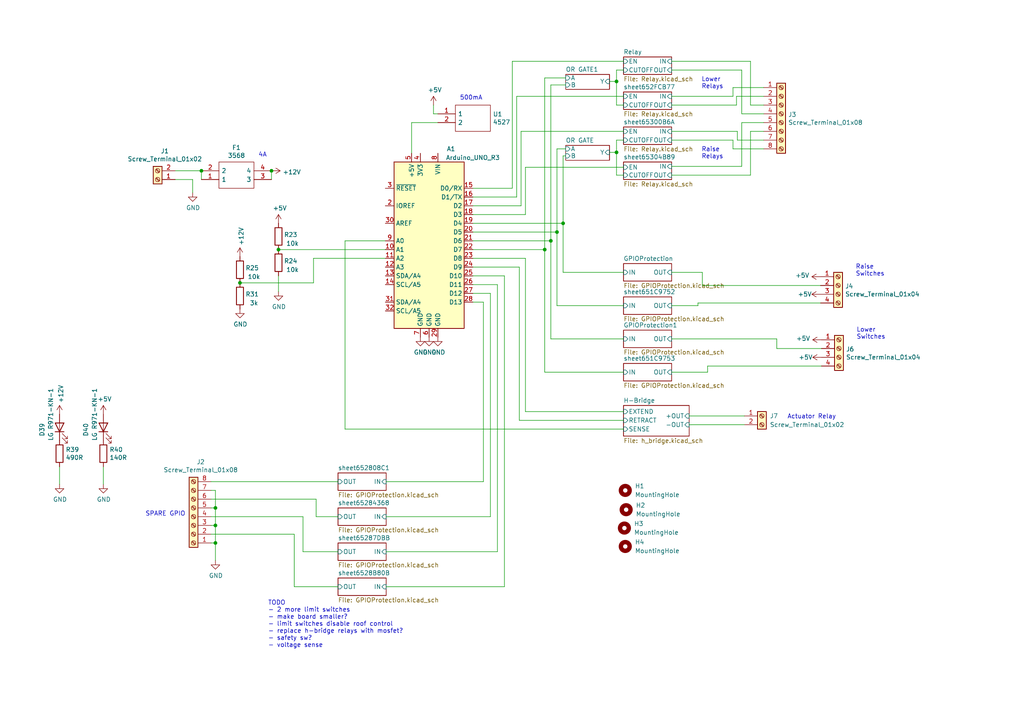
<source format=kicad_sch>
(kicad_sch (version 20230121) (generator eeschema)
  (paper "A4")
  (lib_symbols
    (symbol "3568:3568" (pin_names (offset 0.762))
      (property "Reference" "U" (at 16.51 7.62 0))
      (property "Value" "3568" (at 16.51 5.08 0))
      (symbol "3568_0_0"
        (pin passive line (at 0 -2.54 0) (length 5.08) (name "1") (number "1"))
        (pin passive line (at 0 0 0) (length 5.08) (name "2") (number "2"))
        (pin passive line (at 20.32 -2.54 180) (length 5.08) (name "3") (number "3"))
        (pin passive line (at 20.32 0 180) (length 5.08) (name "4") (number "4"))
      )
      (symbol "3568_0_1"
        (polyline (pts (xy 5.08 2.54) (xy 15.24 2.54) (xy 15.24 -5.08) (xy 5.08 -5.08) (xy 5.08 2.54)) (stroke (width 0.1524)))
      )
    )
    (symbol "4527:4527" (pin_names (offset 0.762))
      (property "Reference" "U" (at 16.51 7.62 0))
      (property "Value" "4527_4527" (at 16.51 5.08 0))
      (symbol "4527_0_0"
        (pin passive line (at 0 0 0) (length 5.08) (name "1") (number "1"))
        (pin passive line (at 0 -2.54 0) (length 5.08) (name "2") (number "2"))
      )
      (symbol "4527_0_1"
        (polyline (pts (xy 5.08 2.54) (xy 15.24 2.54) (xy 15.24 -5.08) (xy 5.08 -5.08) (xy 5.08 2.54)) (stroke (width 0.1524)))
      )
    )
    (symbol "Connector:Screw_Terminal_01x02" (pin_names (offset 1.016) hide)
      (property "Reference" "J" (at 0 2.54 0))
      (property "Value" "Screw_Terminal_01x02" (at 0 -5.08 0))
      (symbol "Screw_Terminal_01x02_1_1"
        (rectangle (start -1.27 1.27) (end 1.27 -3.81) (stroke (width 0.254)) (fill (type background)))
        (circle (center 0 -2.54) (radius 0.635) (stroke (width 0.1524)))
        (polyline (pts (xy -0.5334 -2.2098) (xy 0.3302 -3.048)) (stroke (width 0.1524)))
        (polyline (pts (xy -0.5334 0.3302) (xy 0.3302 -0.508)) (stroke (width 0.1524)))
        (polyline (pts (xy -0.3556 -2.032) (xy 0.508 -2.8702)) (stroke (width 0.1524)))
        (polyline (pts (xy -0.3556 0.508) (xy 0.508 -0.3302)) (stroke (width 0.1524)))
        (circle (center 0 0) (radius 0.635) (stroke (width 0.1524)))
        (pin passive line (at -5.08 0 0) (length 3.81) (name "Pin_1") (number "1"))
        (pin passive line (at -5.08 -2.54 0) (length 3.81) (name "Pin_2") (number "2"))
      )
    )
    (symbol "Connector:Screw_Terminal_01x04" (pin_names (offset 1.016) hide)
      (property "Reference" "J" (at 0 5.08 0))
      (property "Value" "Screw_Terminal_01x04" (at 0 -7.62 0))
      (symbol "Screw_Terminal_01x04_1_1"
        (rectangle (start -1.27 3.81) (end 1.27 -6.35) (stroke (width 0.254)) (fill (type background)))
        (circle (center 0 -5.08) (radius 0.635) (stroke (width 0.1524)))
        (circle (center 0 -2.54) (radius 0.635) (stroke (width 0.1524)))
        (polyline (pts (xy -0.5334 -4.7498) (xy 0.3302 -5.588)) (stroke (width 0.1524)))
        (polyline (pts (xy -0.5334 -2.2098) (xy 0.3302 -3.048)) (stroke (width 0.1524)))
        (polyline (pts (xy -0.5334 0.3302) (xy 0.3302 -0.508)) (stroke (width 0.1524)))
        (polyline (pts (xy -0.5334 2.8702) (xy 0.3302 2.032)) (stroke (width 0.1524)))
        (polyline (pts (xy -0.3556 -4.572) (xy 0.508 -5.4102)) (stroke (width 0.1524)))
        (polyline (pts (xy -0.3556 -2.032) (xy 0.508 -2.8702)) (stroke (width 0.1524)))
        (polyline (pts (xy -0.3556 0.508) (xy 0.508 -0.3302)) (stroke (width 0.1524)))
        (polyline (pts (xy -0.3556 3.048) (xy 0.508 2.2098)) (stroke (width 0.1524)))
        (circle (center 0 0) (radius 0.635) (stroke (width 0.1524)))
        (circle (center 0 2.54) (radius 0.635) (stroke (width 0.1524)))
        (pin passive line (at -5.08 2.54 0) (length 3.81) (name "Pin_1") (number "1"))
        (pin passive line (at -5.08 0 0) (length 3.81) (name "Pin_2") (number "2"))
        (pin passive line (at -5.08 -2.54 0) (length 3.81) (name "Pin_3") (number "3"))
        (pin passive line (at -5.08 -5.08 0) (length 3.81) (name "Pin_4") (number "4"))
      )
    )
    (symbol "Connector:Screw_Terminal_01x08" (pin_names (offset 1.016) hide)
      (property "Reference" "J" (at 0 10.16 0))
      (property "Value" "Screw_Terminal_01x08" (at 0 -12.7 0))
      (symbol "Screw_Terminal_01x08_1_1"
        (rectangle (start -1.27 8.89) (end 1.27 -11.43) (stroke (width 0.254)) (fill (type background)))
        (circle (center 0 -10.16) (radius 0.635) (stroke (width 0.1524)))
        (circle (center 0 -7.62) (radius 0.635) (stroke (width 0.1524)))
        (circle (center 0 -5.08) (radius 0.635) (stroke (width 0.1524)))
        (circle (center 0 -2.54) (radius 0.635) (stroke (width 0.1524)))
        (polyline (pts (xy -0.5334 -9.8298) (xy 0.3302 -10.668)) (stroke (width 0.1524)))
        (polyline (pts (xy -0.5334 -7.2898) (xy 0.3302 -8.128)) (stroke (width 0.1524)))
        (polyline (pts (xy -0.5334 -4.7498) (xy 0.3302 -5.588)) (stroke (width 0.1524)))
        (polyline (pts (xy -0.5334 -2.2098) (xy 0.3302 -3.048)) (stroke (width 0.1524)))
        (polyline (pts (xy -0.5334 0.3302) (xy 0.3302 -0.508)) (stroke (width 0.1524)))
        (polyline (pts (xy -0.5334 2.8702) (xy 0.3302 2.032)) (stroke (width 0.1524)))
        (polyline (pts (xy -0.5334 5.4102) (xy 0.3302 4.572)) (stroke (width 0.1524)))
        (polyline (pts (xy -0.5334 7.9502) (xy 0.3302 7.112)) (stroke (width 0.1524)))
        (polyline (pts (xy -0.3556 -9.652) (xy 0.508 -10.4902)) (stroke (width 0.1524)))
        (polyline (pts (xy -0.3556 -7.112) (xy 0.508 -7.9502)) (stroke (width 0.1524)))
        (polyline (pts (xy -0.3556 -4.572) (xy 0.508 -5.4102)) (stroke (width 0.1524)))
        (polyline (pts (xy -0.3556 -2.032) (xy 0.508 -2.8702)) (stroke (width 0.1524)))
        (polyline (pts (xy -0.3556 0.508) (xy 0.508 -0.3302)) (stroke (width 0.1524)))
        (polyline (pts (xy -0.3556 3.048) (xy 0.508 2.2098)) (stroke (width 0.1524)))
        (polyline (pts (xy -0.3556 5.588) (xy 0.508 4.7498)) (stroke (width 0.1524)))
        (polyline (pts (xy -0.3556 8.128) (xy 0.508 7.2898)) (stroke (width 0.1524)))
        (circle (center 0 0) (radius 0.635) (stroke (width 0.1524)))
        (circle (center 0 2.54) (radius 0.635) (stroke (width 0.1524)))
        (circle (center 0 5.08) (radius 0.635) (stroke (width 0.1524)))
        (circle (center 0 7.62) (radius 0.635) (stroke (width 0.1524)))
        (pin passive line (at -5.08 7.62 0) (length 3.81) (name "Pin_1") (number "1"))
        (pin passive line (at -5.08 5.08 0) (length 3.81) (name "Pin_2") (number "2"))
        (pin passive line (at -5.08 2.54 0) (length 3.81) (name "Pin_3") (number "3"))
        (pin passive line (at -5.08 0 0) (length 3.81) (name "Pin_4") (number "4"))
        (pin passive line (at -5.08 -2.54 0) (length 3.81) (name "Pin_5") (number "5"))
        (pin passive line (at -5.08 -5.08 0) (length 3.81) (name "Pin_6") (number "6"))
        (pin passive line (at -5.08 -7.62 0) (length 3.81) (name "Pin_7") (number "7"))
        (pin passive line (at -5.08 -10.16 0) (length 3.81) (name "Pin_8") (number "8"))
      )
    )
    (symbol "Device:LED" (pin_numbers hide) (pin_names (offset 1.016) hide)
      (property "Reference" "D" (at 0 2.54 0))
      (property "Value" "LED" (at 0 -2.54 0))
      (symbol "LED_0_1"
        (polyline (pts (xy -1.27 -1.27) (xy -1.27 1.27)) (stroke (width 0.254)))
        (polyline (pts (xy -1.27 0) (xy 1.27 0)))
        (polyline (pts (xy 1.27 -1.27) (xy 1.27 1.27) (xy -1.27 0) (xy 1.27 -1.27)) (stroke (width 0.254)))
        (polyline (pts (xy -3.048 -0.762) (xy -4.572 -2.286) (xy -3.81 -2.286) (xy -4.572 -2.286) (xy -4.572 -1.524)))
        (polyline (pts (xy -1.778 -0.762) (xy -3.302 -2.286) (xy -2.54 -2.286) (xy -3.302 -2.286) (xy -3.302 -1.524)))
      )
      (symbol "LED_1_1"
        (pin passive line (at -3.81 0 0) (length 2.54) (name "K") (number "1"))
        (pin passive line (at 3.81 0 180) (length 2.54) (name "A") (number "2"))
      )
    )
    (symbol "Device:R" (pin_numbers hide) (pin_names (offset 0))
      (property "Reference" "R" (at 2.032 0 90))
      (property "Value" "R" (at 0 0 90))
      (symbol "R_0_1"
        (rectangle (start -1.016 -2.54) (end 1.016 2.54) (stroke (width 0.254)))
      )
      (symbol "R_1_1"
        (pin passive line (at 0 3.81 270) (length 1.27) (name "~") (number "1"))
        (pin passive line (at 0 -3.81 90) (length 1.27) (name "~") (number "2"))
      )
    )
    (symbol "MCU_Module:Arduino_UNO_R3"
      (property "Reference" "A" (at -10.16 23.495 0))
      (property "Value" "Arduino_UNO_R3" (at 5.08 -26.67 0))
      (symbol "Arduino_UNO_R3_0_1"
        (rectangle (start -10.16 22.86) (end 10.16 -25.4) (stroke (width 0.254)) (fill (type background)))
      )
      (symbol "Arduino_UNO_R3_1_1"
        (pin no_connect line (at -10.16 -20.32 0) (length 2.54) hide (name "NC") (number "1"))
        (pin bidirectional line (at 12.7 -2.54 180) (length 2.54) (name "A1") (number "10"))
        (pin bidirectional line (at 12.7 -5.08 180) (length 2.54) (name "A2") (number "11"))
        (pin bidirectional line (at 12.7 -7.62 180) (length 2.54) (name "A3") (number "12"))
        (pin bidirectional line (at 12.7 -10.16 180) (length 2.54) (name "SDA/A4") (number "13"))
        (pin bidirectional line (at 12.7 -12.7 180) (length 2.54) (name "SCL/A5") (number "14"))
        (pin bidirectional line (at -12.7 15.24 0) (length 2.54) (name "D0/RX") (number "15"))
        (pin bidirectional line (at -12.7 12.7 0) (length 2.54) (name "D1/TX") (number "16"))
        (pin bidirectional line (at -12.7 10.16 0) (length 2.54) (name "D2") (number "17"))
        (pin bidirectional line (at -12.7 7.62 0) (length 2.54) (name "D3") (number "18"))
        (pin bidirectional line (at -12.7 5.08 0) (length 2.54) (name "D4") (number "19"))
        (pin output line (at 12.7 10.16 180) (length 2.54) (name "IOREF") (number "2"))
        (pin bidirectional line (at -12.7 2.54 0) (length 2.54) (name "D5") (number "20"))
        (pin bidirectional line (at -12.7 0 0) (length 2.54) (name "D6") (number "21"))
        (pin bidirectional line (at -12.7 -2.54 0) (length 2.54) (name "D7") (number "22"))
        (pin bidirectional line (at -12.7 -5.08 0) (length 2.54) (name "D8") (number "23"))
        (pin bidirectional line (at -12.7 -7.62 0) (length 2.54) (name "D9") (number "24"))
        (pin bidirectional line (at -12.7 -10.16 0) (length 2.54) (name "D10") (number "25"))
        (pin bidirectional line (at -12.7 -12.7 0) (length 2.54) (name "D11") (number "26"))
        (pin bidirectional line (at -12.7 -15.24 0) (length 2.54) (name "D12") (number "27"))
        (pin bidirectional line (at -12.7 -17.78 0) (length 2.54) (name "D13") (number "28"))
        (pin power_in line (at -2.54 -27.94 90) (length 2.54) (name "GND") (number "29"))
        (pin input line (at 12.7 15.24 180) (length 2.54) (name "~{RESET}") (number "3"))
        (pin input line (at 12.7 5.08 180) (length 2.54) (name "AREF") (number "30"))
        (pin bidirectional line (at 12.7 -17.78 180) (length 2.54) (name "SDA/A4") (number "31"))
        (pin bidirectional line (at 12.7 -20.32 180) (length 2.54) (name "SCL/A5") (number "32"))
        (pin power_out line (at 2.54 25.4 270) (length 2.54) (name "3V3") (number "4"))
        (pin power_out line (at 5.08 25.4 270) (length 2.54) (name "+5V") (number "5"))
        (pin power_in line (at 0 -27.94 90) (length 2.54) (name "GND") (number "6"))
        (pin power_in line (at 2.54 -27.94 90) (length 2.54) (name "GND") (number "7"))
        (pin power_in line (at -2.54 25.4 270) (length 2.54) (name "VIN") (number "8"))
        (pin bidirectional line (at 12.7 0 180) (length 2.54) (name "A0") (number "9"))
      )
    )
    (symbol "Mechanical:MountingHole" (pin_names (offset 1.016))
      (property "Reference" "H" (at 0 5.08 0))
      (property "Value" "MountingHole" (at 0 3.175 0))
      (symbol "MountingHole_0_1"
        (circle (center 0 0) (radius 1.27) (stroke (width 1.27)))
      )
    )
    (symbol "power:+12V" (power) (pin_names (offset 0))
      (property "Value" "+12V" (at 0 3.556 0))
      (symbol "+12V_0_1"
        (polyline (pts (xy -0.762 1.27) (xy 0 2.54)))
        (polyline (pts (xy 0 0) (xy 0 2.54)))
        (polyline (pts (xy 0 2.54) (xy 0.762 1.27)))
      )
      (symbol "+12V_1_1"
        (pin power_in line (at 0 0 90) (length 0) hide (name "+12V") (number "1"))
      )
    )
    (symbol "power:+5V" (power) (pin_names (offset 0))
      (property "Value" "+5V" (at 0 3.556 0))
      (symbol "+5V_0_1"
        (polyline (pts (xy -0.762 1.27) (xy 0 2.54)))
        (polyline (pts (xy 0 0) (xy 0 2.54)))
        (polyline (pts (xy 0 2.54) (xy 0.762 1.27)))
      )
      (symbol "+5V_1_1"
        (pin power_in line (at 0 0 90) (length 0) hide (name "+5V") (number "1"))
      )
    )
    (symbol "power:GND" (power) (pin_names (offset 0))
      (property "Value" "GND" (at 0 -3.81 0))
      (symbol "GND_0_1"
        (polyline (pts (xy 0 0) (xy 0 -1.27) (xy 1.27 -1.27) (xy 0 -2.54) (xy -1.27 -1.27) (xy 0 -1.27)))
      )
      (symbol "GND_1_1"
        (pin power_in line (at 0 0 270) (length 0) hide (name "GND") (number "1"))
      )
    )
  )
  (junction (at 62.484 147.32))
  (junction (at 62.484 152.4))
  (junction (at 159.766 69.85))
  (junction (at 157.988 72.39))
  (junction (at 178.816 23.622))
  (junction (at 69.596 82.042))
  (junction (at 80.772 72.39))
  (junction (at 161.544 67.31))
  (junction (at 58.42 49.53))
  (junction (at 178.816 44.196))
  (junction (at 78.74 49.53))
  (junction (at 62.484 157.48))
  (junction (at 163.322 64.77))
  (wire (pts (xy 152.4 119.38) (xy 180.848 119.38)))
  (wire (pts (xy 157.988 22.606) (xy 164.084 22.606)))
  (wire (pts (xy 163.322 45.212) (xy 164.084 45.212)))
  (wire (pts (xy 61.214 139.7) (xy 98.044 139.7)))
  (wire (pts (xy 127 35.56) (xy 119.38 35.56)))
  (wire (pts (xy 194.818 38.1) (xy 213.868 38.1)))
  (wire (pts (xy 152.4 74.93) (xy 152.4 119.38)))
  (wire (pts (xy 212.598 27.94) (xy 212.598 25.4)))
  (wire (pts (xy 159.766 24.638) (xy 164.084 24.638)))
  (wire (pts (xy 80.772 80.01) (xy 80.772 84.582)))
  (wire (pts (xy 90.932 82.042) (xy 69.596 82.042)))
  (wire (pts (xy 225.298 98.298) (xy 225.298 101.092)))
  (wire (pts (xy 142.24 149.86) (xy 112.014 149.86)))
  (wire (pts (xy 62.484 147.32) (xy 62.484 152.4)))
  (wire (pts (xy 161.544 88.646) (xy 161.544 67.31)))
  (wire (pts (xy 29.972 135.382) (xy 29.972 140.462)))
  (wire (pts (xy 163.322 64.77) (xy 163.322 45.212)))
  (wire (pts (xy 61.214 144.78) (xy 91.694 144.78)))
  (wire (pts (xy 215.138 35.56) (xy 215.138 48.26)))
  (wire (pts (xy 100.076 69.85) (xy 100.076 124.46)))
  (wire (pts (xy 137.16 77.47) (xy 150.622 77.47)))
  (wire (pts (xy 205.232 106.172) (xy 205.232 107.95)))
  (wire (pts (xy 199.898 120.65) (xy 215.9 120.65)))
  (wire (pts (xy 137.16 82.55) (xy 144.272 82.55)))
  (wire (pts (xy 202.438 88.646) (xy 194.818 88.646)))
  (wire (pts (xy 213.868 40.64) (xy 221.488 40.64)))
  (wire (pts (xy 194.818 78.994) (xy 203.708 78.994)))
  (wire (pts (xy 144.272 160.02) (xy 112.014 160.02)))
  (wire (pts (xy 125.73 33.02) (xy 127 33.02)))
  (wire (pts (xy 78.74 52.07) (xy 78.74 49.53)))
  (wire (pts (xy 157.988 107.95) (xy 157.988 72.39)))
  (wire (pts (xy 212.598 40.64) (xy 212.598 43.18)))
  (wire (pts (xy 202.438 87.884) (xy 237.998 87.884)))
  (wire (pts (xy 146.304 80.01) (xy 146.304 170.18)))
  (wire (pts (xy 194.818 27.94) (xy 212.598 27.94)))
  (wire (pts (xy 180.848 98.298) (xy 159.766 98.298)))
  (wire (pts (xy 159.766 69.85) (xy 159.766 24.638)))
  (wire (pts (xy 111.76 74.93) (xy 90.932 74.93)))
  (wire (pts (xy 180.848 107.95) (xy 157.988 107.95)))
  (wire (pts (xy 178.816 44.196) (xy 178.816 50.8)))
  (wire (pts (xy 212.598 43.18) (xy 221.488 43.18)))
  (wire (pts (xy 213.868 38.1) (xy 213.868 40.64)))
  (wire (pts (xy 225.298 101.092) (xy 238.252 101.092)))
  (wire (pts (xy 137.16 74.93) (xy 152.4 74.93)))
  (wire (pts (xy 178.816 40.64) (xy 180.848 40.64)))
  (wire (pts (xy 215.138 35.56) (xy 221.488 35.56)))
  (wire (pts (xy 137.16 62.23) (xy 152.4 62.23)))
  (wire (pts (xy 62.484 152.4) (xy 62.484 157.48)))
  (wire (pts (xy 112.014 170.18) (xy 146.304 170.18)))
  (wire (pts (xy 98.044 170.18) (xy 85.344 170.18)))
  (wire (pts (xy 137.16 72.39) (xy 157.988 72.39)))
  (wire (pts (xy 238.252 106.172) (xy 205.232 106.172)))
  (wire (pts (xy 178.816 30.48) (xy 180.848 30.48)))
  (wire (pts (xy 50.8 52.07) (xy 55.88 52.07)))
  (wire (pts (xy 91.694 149.86) (xy 98.044 149.86)))
  (wire (pts (xy 213.614 27.94) (xy 221.488 27.94)))
  (wire (pts (xy 178.816 50.8) (xy 180.848 50.8)))
  (wire (pts (xy 151.13 38.1) (xy 180.848 38.1)))
  (wire (pts (xy 178.816 23.622) (xy 178.816 20.32)))
  (wire (pts (xy 150.622 77.47) (xy 150.622 121.92)))
  (wire (pts (xy 205.232 107.95) (xy 194.818 107.95)))
  (wire (pts (xy 194.818 98.298) (xy 225.298 98.298)))
  (wire (pts (xy 61.214 152.4) (xy 62.484 152.4)))
  (wire (pts (xy 125.73 30.48) (xy 125.73 33.02)))
  (wire (pts (xy 55.88 52.07) (xy 55.88 55.88)))
  (wire (pts (xy 157.988 72.39) (xy 157.988 22.606)))
  (wire (pts (xy 50.8 49.53) (xy 58.42 49.53)))
  (wire (pts (xy 90.932 74.93) (xy 90.932 82.042)))
  (wire (pts (xy 161.544 67.31) (xy 161.544 43.18)))
  (wire (pts (xy 146.304 80.01) (xy 137.16 80.01)))
  (wire (pts (xy 61.214 157.48) (xy 62.484 157.48)))
  (wire (pts (xy 217.678 17.78) (xy 217.678 30.48)))
  (wire (pts (xy 217.678 38.1) (xy 217.678 50.8)))
  (wire (pts (xy 87.884 160.02) (xy 98.044 160.02)))
  (wire (pts (xy 119.38 35.56) (xy 119.38 44.45)))
  (wire (pts (xy 137.16 57.15) (xy 149.86 57.15)))
  (wire (pts (xy 17.272 135.382) (xy 17.272 140.462)))
  (wire (pts (xy 149.86 27.94) (xy 180.848 27.94)))
  (wire (pts (xy 217.678 30.48) (xy 221.488 30.48)))
  (wire (pts (xy 176.784 44.196) (xy 178.816 44.196)))
  (wire (pts (xy 180.848 88.646) (xy 161.544 88.646)))
  (wire (pts (xy 203.708 78.994) (xy 203.708 82.804)))
  (wire (pts (xy 150.622 121.92) (xy 180.848 121.92)))
  (wire (pts (xy 85.344 154.94) (xy 61.214 154.94)))
  (wire (pts (xy 137.16 54.61) (xy 148.59 54.61)))
  (wire (pts (xy 111.76 69.85) (xy 100.076 69.85)))
  (wire (pts (xy 212.598 25.4) (xy 221.488 25.4)))
  (wire (pts (xy 194.818 40.64) (xy 212.598 40.64)))
  (wire (pts (xy 176.784 23.622) (xy 178.816 23.622)))
  (wire (pts (xy 137.16 69.85) (xy 159.766 69.85)))
  (wire (pts (xy 152.4 62.23) (xy 152.4 48.514)))
  (wire (pts (xy 137.16 67.31) (xy 161.544 67.31)))
  (wire (pts (xy 194.818 48.26) (xy 215.138 48.26)))
  (wire (pts (xy 180.848 78.994) (xy 163.322 78.994)))
  (wire (pts (xy 62.484 142.24) (xy 62.484 147.32)))
  (wire (pts (xy 61.214 147.32) (xy 62.484 147.32)))
  (wire (pts (xy 202.438 87.884) (xy 202.438 88.646)))
  (wire (pts (xy 61.214 149.86) (xy 87.884 149.86)))
  (wire (pts (xy 203.708 82.804) (xy 237.998 82.804)))
  (wire (pts (xy 215.138 20.32) (xy 215.138 33.02)))
  (wire (pts (xy 178.816 20.32) (xy 180.848 20.32)))
  (wire (pts (xy 91.694 144.78) (xy 91.694 149.86)))
  (wire (pts (xy 137.16 64.77) (xy 163.322 64.77)))
  (wire (pts (xy 215.138 33.02) (xy 221.488 33.02)))
  (wire (pts (xy 87.884 149.86) (xy 87.884 160.02)))
  (wire (pts (xy 140.208 139.7) (xy 112.014 139.7)))
  (wire (pts (xy 178.816 23.622) (xy 178.816 30.48)))
  (wire (pts (xy 159.766 98.298) (xy 159.766 69.85)))
  (wire (pts (xy 144.272 82.55) (xy 144.272 160.02)))
  (wire (pts (xy 80.772 72.39) (xy 111.76 72.39)))
  (wire (pts (xy 58.42 52.07) (xy 58.42 49.53)))
  (wire (pts (xy 137.16 59.69) (xy 151.13 59.69)))
  (wire (pts (xy 151.13 59.69) (xy 151.13 38.1)))
  (wire (pts (xy 62.484 157.48) (xy 62.484 162.56)))
  (wire (pts (xy 149.86 57.15) (xy 149.86 27.94)))
  (wire (pts (xy 142.24 85.09) (xy 142.24 149.86)))
  (wire (pts (xy 194.818 17.78) (xy 217.678 17.78)))
  (wire (pts (xy 140.208 87.63) (xy 140.208 139.7)))
  (wire (pts (xy 61.214 142.24) (xy 62.484 142.24)))
  (wire (pts (xy 85.344 170.18) (xy 85.344 154.94)))
  (wire (pts (xy 194.818 30.48) (xy 213.614 30.48)))
  (wire (pts (xy 152.4 48.514) (xy 180.848 48.514)))
  (wire (pts (xy 137.16 85.09) (xy 142.24 85.09)))
  (wire (pts (xy 215.138 20.32) (xy 194.818 20.32)))
  (wire (pts (xy 161.544 43.18) (xy 164.084 43.18)))
  (wire (pts (xy 140.208 87.63) (xy 137.16 87.63)))
  (wire (pts (xy 178.816 44.196) (xy 178.816 40.64)))
  (wire (pts (xy 148.59 17.78) (xy 180.848 17.78)))
  (wire (pts (xy 213.614 30.48) (xy 213.614 27.94)))
  (wire (pts (xy 199.898 123.19) (xy 215.9 123.19)))
  (wire (pts (xy 148.59 54.61) (xy 148.59 17.78)))
  (wire (pts (xy 163.322 78.994) (xy 163.322 64.77)))
  (wire (pts (xy 194.818 50.8) (xy 217.678 50.8)))
  (wire (pts (xy 100.076 124.46) (xy 180.848 124.46)))
  (wire (pts (xy 217.678 38.1) (xy 221.488 38.1)))
  (text "Actuator Relay" (at 228.346 121.666 0) (effects (font (size 1.27 1.27)) (justify left bottom)))
  (text "Lower\nSwitches" (at 248.412 98.552 0) (effects (font (size 1.27 1.27)) (justify left bottom)))
  (text "4A" (at 74.93 45.72 0) (effects (font (size 1.27 1.27)) (justify left bottom)))
  (text "Lower\nRelays" (at 203.454 25.908 0) (effects (font (size 1.27 1.27)) (justify left bottom)))
  (text "500mA" (at 133.35 29.21 0) (effects (font (size 1.27 1.27)) (justify left bottom)))
  (text "TODO\n- 2 more limit switches\n- make board smaller?\n- limit switches disable roof control\n- replace h-bridge relays with mosfet?\n- safety sw?\n- voltage sense" (at 77.724 187.96 0) (effects (font (size 1.27 1.27)) (justify left bottom)))
  (text "Raise\nSwitches" (at 248.158 80.264 0) (effects (font (size 1.27 1.27)) (justify left bottom)))
  (text "Raise\nRelays" (at 203.454 46.228 0) (effects (font (size 1.27 1.27)) (justify left bottom)))
  (text "SPARE GPIO" (at 42.164 149.86 0) (effects (font (size 1.27 1.27)) (justify left bottom)))
  (symbol (lib_id "MCU_Module:Arduino_UNO_R3") (at 124.46 69.85 0) (mirror y) (unit 1)
    (property "Reference" "A1" (at 130.81 43.18 0))
    (property "Value" "Arduino_UNO_R3" (at 137.16 45.72 0))
    (property "Footprint" "Module:Arduino_UNO_R3" (effects hide))
    (property "Datasheet" "https://www.arduino.cc/en/Main/arduinoBoardUno" (effects hide))
  )
  (symbol (lib_id "Connector:Screw_Terminal_01x08") (at 226.568 33.02 0) (unit 1)
    (property "Reference" "J3" (at 228.6 33.2232 0) (effects (justify left)))
    (property "Value" "Screw_Terminal_01x08" (at 228.6 35.5346 0) (effects (justify left)))
    (property "Footprint" "TerminalBlock_Phoenix:TerminalBlock_Phoenix_PT-1,5-8-5.0-H_1x08_P5.00mm_Horizontal" (effects hide))
  )
  (symbol (lib_id "Connector:Screw_Terminal_01x04") (at 243.078 82.804 0) (unit 1)
    (property "Reference" "J4" (at 245.11 83.0072 0) (effects (justify left)))
    (property "Value" "Screw_Terminal_01x04" (at 245.11 85.3186 0) (effects (justify left)))
    (property "Footprint" "TerminalBlock_Phoenix:TerminalBlock_Phoenix_PT-1,5-4-5.0-H_1x04_P5.00mm_Horizontal" (effects hide))
  )
  (symbol (lib_id "power:+5V") (at 237.998 80.264 90) (unit 1)
    (property "Reference" "#PWR08" (effects hide))
    (property "Value" "+5V" (at 234.7468 79.883 90) (effects (justify left)))
  )
  (symbol (lib_id "power:GND") (at 121.92 97.79 0) (unit 1)
    (property "Reference" "#PWR05" (effects hide))
    (property "Value" "GND" (at 122.047 102.1842 0))
  )
  (symbol (lib_id "power:GND") (at 124.46 97.79 0) (unit 1)
    (property "Reference" "#PWR06" (effects hide))
    (property "Value" "GND" (at 124.587 102.1842 0))
  )
  (symbol (lib_id "power:GND") (at 127 97.79 0) (unit 1)
    (property "Reference" "#PWR07" (effects hide))
    (property "Value" "GND" (at 127.127 102.1842 0))
  )
  (symbol (lib_id "power:GND") (at 62.484 162.56 0) (unit 1)
    (property "Reference" "#PWR02" (effects hide))
    (property "Value" "GND" (at 62.611 166.9542 0))
  )
  (symbol (lib_id "Connector:Screw_Terminal_01x02") (at 45.72 52.07 180) (unit 1)
    (property "Reference" "J1" (at 47.8028 43.815 0))
    (property "Value" "Screw_Terminal_01x02" (at 47.8028 46.1264 0))
    (property "Footprint" "TerminalBlock_Phoenix:TerminalBlock_Phoenix_PT-1,5-2-5.0-H_1x02_P5.00mm_Horizontal" (effects hide))
  )
  (symbol (lib_id "power:+12V") (at 78.74 49.53 270) (unit 1)
    (property "Reference" "#PWR03" (effects hide))
    (property "Value" "+12V" (at 81.9912 49.911 90) (effects (justify left)))
  )
  (symbol (lib_id "power:GND") (at 55.88 55.88 0) (unit 1)
    (property "Reference" "#PWR01" (effects hide))
    (property "Value" "GND" (at 56.007 60.2742 0))
  )
  (symbol (lib_id "power:+5V") (at 125.73 30.48 0) (unit 1)
    (property "Reference" "#PWR04" (effects hide))
    (property "Value" "+5V" (at 126.111 26.0858 0))
  )
  (symbol (lib_id "Connector:Screw_Terminal_01x08") (at 56.134 149.86 180) (unit 1)
    (property "Reference" "J2" (at 58.2168 133.985 0))
    (property "Value" "Screw_Terminal_01x08" (at 58.2168 136.2964 0))
    (property "Footprint" "TerminalBlock_Phoenix:TerminalBlock_Phoenix_PT-1,5-8-5.0-H_1x08_P5.00mm_Horizontal" (effects hide))
  )
  (symbol (lib_id "Device:LED") (at 29.972 123.952 90) (unit 1)
    (property "Reference" "D40" (at 24.892 122.682 0) (effects (justify right)))
    (property "Value" "LG R971-KN-1" (at 27.432 112.522 0) (effects (justify right)))
    (property "Footprint" "LED_SMD:LED_0805_2012Metric_Pad1.15x1.40mm_HandSolder" (effects hide))
  )
  (symbol (lib_id "Device:R") (at 29.972 131.572 0) (unit 1)
    (property "Reference" "R40" (at 31.75 130.4036 0) (effects (justify left)))
    (property "Value" "140R" (at 31.75 132.715 0) (effects (justify left)))
    (property "Footprint" "Resistor_SMD:R_0805_2012Metric_Pad1.20x1.40mm_HandSolder" (effects hide))
  )
  (symbol (lib_id "power:+5V") (at 29.972 120.142 0) (unit 1)
    (property "Reference" "#PWR069" (effects hide))
    (property "Value" "+5V" (at 30.353 115.7478 0))
  )
  (symbol (lib_id "power:GND") (at 29.972 140.462 0) (unit 1)
    (property "Reference" "#PWR070" (effects hide))
    (property "Value" "GND" (at 30.099 144.8562 0))
  )
  (symbol (lib_id "Device:LED") (at 17.272 123.952 90) (unit 1)
    (property "Reference" "D39" (at 12.192 122.682 0) (effects (justify right)))
    (property "Value" "LG R971-KN-1" (at 14.732 112.522 0) (effects (justify right)))
    (property "Footprint" "LED_SMD:LED_0805_2012Metric_Pad1.15x1.40mm_HandSolder" (effects hide))
  )
  (symbol (lib_id "Device:R") (at 17.272 131.572 0) (unit 1)
    (property "Reference" "R39" (at 19.05 130.4036 0) (effects (justify left)))
    (property "Value" "490R" (at 19.05 132.715 0) (effects (justify left)))
    (property "Footprint" "Resistor_SMD:R_0805_2012Metric_Pad1.20x1.40mm_HandSolder" (effects hide))
  )
  (symbol (lib_id "power:GND") (at 17.272 140.462 0) (unit 1)
    (property "Reference" "#PWR068" (effects hide))
    (property "Value" "GND" (at 17.399 144.8562 0))
  )
  (symbol (lib_id "power:+12V") (at 17.272 120.142 0) (unit 1)
    (property "Reference" "#PWR067" (effects hide))
    (property "Value" "+12V" (at 17.653 116.8908 90) (effects (justify left)))
  )
  (symbol (lib_id "3568:3568") (at 58.42 49.53 0) (unit 1)
    (property "Reference" "F1" (at 68.58 42.799 0))
    (property "Value" "3568" (at 68.58 45.1104 0))
    (property "Footprint" "3568:3568" (effects hide))
    (property "Datasheet" "https://www.mouser.com/datasheet/2/215/3568-742601.pdf" (effects hide))
    (property "Description" "Fuse Holder 30A 500V 1 Circuit Blade Through Hole" (effects hide))
    (property "Height" "7.5" (effects hide))
    (property "Manufacturer_Name" "Keystone Electronics" (effects hide))
    (property "Manufacturer_Part_Number" "3568" (effects hide))
    (property "Mouser Part Number" "534-3568" (effects hide))
    (property "Mouser Price/Stock" "https://www.mouser.co.uk/ProductDetail/Keystone-Electronics/3568?qs=fP5bVVCrK%2Fd7nbA%2FPpwnKw%3D%3D" (effects hide))
    (property "Arrow Part Number" "3568" (effects hide))
    (property "Arrow Price/Stock" "https://www.arrow.com/en/products/3568/keystone-electronics?region=europe" (effects hide))
  )
  (symbol (lib_id "power:+5V") (at 237.998 85.344 90) (unit 1)
    (property "Reference" "#PWR0101" (effects hide))
    (property "Value" "+5V" (at 235.458 85.344 90) (effects (justify left)))
  )
  (symbol (lib_id "4527:4527") (at 127 33.02 0) (unit 1)
    (property "Reference" "U1" (at 142.9512 33.1216 0) (effects (justify left)))
    (property "Value" "4527" (at 142.9512 35.433 0) (effects (justify left)))
    (property "Footprint" "4527:4527" (effects hide))
    (property "Datasheet" "http://www.keyelco.com/product-pdf.cfm?p=324" (effects hide))
    (property "Description" "KEYSTONE - 4527 - FUSE HOLDER, 5 X 20MM, PCB MOUNT" (effects hide))
    (property "Manufacturer_Name" "Keystone Electronics" (effects hide))
    (property "Manufacturer_Part_Number" "4527" (effects hide))
    (property "Mouser Part Number" "534-4527" (effects hide))
    (property "Mouser Price/Stock" "https://www.mouser.co.uk/ProductDetail/Keystone-Electronics/4527?qs=aNr0Yui8wHaIUHcbmPYzjA%3D%3D" (effects hide))
    (property "Arrow Part Number" "4527" (effects hide))
    (property "Arrow Price/Stock" "https://www.arrow.com/en/products/4527/keystone-electronics?region=europe" (effects hide))
  )
  (symbol (lib_id "Mechanical:MountingHole") (at 181.102 153.162 0) (unit 1)
    (property "Reference" "H3" (at 183.896 151.892 0) (effects (justify left)))
    (property "Value" "MountingHole" (at 183.896 154.432 0) (effects (justify left)))
    (property "Footprint" "MountingHole:MountingHole_3.2mm_M3_DIN965_Pad" (effects hide))
  )
  (symbol (lib_id "Connector:Screw_Terminal_01x02") (at 220.98 120.65 0) (unit 1)
    (property "Reference" "J7" (at 223.266 120.65 0) (effects (justify left)))
    (property "Value" "Screw_Terminal_01x02" (at 223.266 123.19 0) (effects (justify left)))
    (property "Footprint" "TerminalBlock_Phoenix:TerminalBlock_Phoenix_PT-1,5-2-5.0-H_1x02_P5.00mm_Horizontal" (effects hide))
  )
  (symbol (lib_id "Mechanical:MountingHole") (at 181.356 158.496 0) (unit 1)
    (property "Reference" "H4" (at 184.15 157.226 0) (effects (justify left)))
    (property "Value" "MountingHole" (at 184.15 159.766 0) (effects (justify left)))
    (property "Footprint" "MountingHole:MountingHole_3.2mm_M3_DIN965_Pad" (effects hide))
  )
  (symbol (lib_id "Mechanical:MountingHole") (at 181.61 147.828 0) (unit 1)
    (property "Reference" "H2" (at 184.404 146.558 0) (effects (justify left)))
    (property "Value" "MountingHole" (at 184.404 149.098 0) (effects (justify left)))
    (property "Footprint" "MountingHole:MountingHole_3.2mm_M3_DIN965_Pad" (effects hide))
  )
  (symbol (lib_id "power:+12V") (at 69.596 74.422 0) (unit 1)
    (property "Reference" "#PWR039" (effects hide))
    (property "Value" "+12V" (at 69.977 71.1708 90) (effects (justify left)))
  )
  (symbol (lib_id "Device:R") (at 69.596 78.232 180) (unit 1)
    (property "Reference" "R25" (at 73.152 77.724 0))
    (property "Value" "10k" (at 73.66 80.264 0))
    (property "Footprint" "Resistor_SMD:R_0805_2012Metric_Pad1.20x1.40mm_HandSolder" (effects hide))
  )
  (symbol (lib_id "power:GND") (at 80.772 84.582 0) (unit 1)
    (property "Reference" "#PWR042" (effects hide))
    (property "Value" "GND" (at 80.899 88.9762 0))
  )
  (symbol (lib_id "power:GND") (at 69.596 89.662 0) (unit 1)
    (property "Reference" "#PWR041" (effects hide))
    (property "Value" "GND" (at 69.723 94.0562 0))
  )
  (symbol (lib_id "power:+5V") (at 238.252 103.632 90) (unit 1)
    (property "Reference" "#PWR074" (effects hide))
    (property "Value" "+5V" (at 235.712 103.632 90) (effects (justify left)))
  )
  (symbol (lib_id "Connector:Screw_Terminal_01x04") (at 243.332 101.092 0) (unit 1)
    (property "Reference" "J6" (at 245.364 101.2952 0) (effects (justify left)))
    (property "Value" "Screw_Terminal_01x04" (at 245.364 103.6066 0) (effects (justify left)))
    (property "Footprint" "TerminalBlock_Phoenix:TerminalBlock_Phoenix_PT-1,5-4-5.0-H_1x04_P5.00mm_Horizontal" (effects hide))
  )
  (symbol (lib_id "Mechanical:MountingHole") (at 181.356 142.24 0) (unit 1)
    (property "Reference" "H1" (at 184.15 140.97 0) (effects (justify left)))
    (property "Value" "MountingHole" (at 184.15 143.51 0) (effects (justify left)))
    (property "Footprint" "MountingHole:MountingHole_3.2mm_M3_DIN965_Pad" (effects hide))
  )
  (symbol (lib_id "power:+5V") (at 238.252 98.552 90) (unit 1)
    (property "Reference" "#PWR073" (effects hide))
    (property "Value" "+5V" (at 235.0008 98.171 90) (effects (justify left)))
  )
  (symbol (lib_id "power:+5V") (at 80.772 64.77 0) (unit 1)
    (property "Reference" "#PWR040" (effects hide))
    (property "Value" "+5V" (at 81.153 60.3758 0))
  )
  (symbol (lib_id "Device:R") (at 69.596 85.852 180) (unit 1)
    (property "Reference" "R31" (at 73.152 85.344 0))
    (property "Value" "3k" (at 73.66 87.884 0))
    (property "Footprint" "Resistor_SMD:R_0805_2012Metric_Pad1.20x1.40mm_HandSolder" (effects hide))
  )
  (symbol (lib_id "Device:R") (at 80.772 68.58 180) (unit 1)
    (property "Reference" "R23" (at 84.328 68.072 0))
    (property "Value" "10k" (at 84.836 70.612 0))
    (property "Footprint" "Resistor_SMD:R_0805_2012Metric_Pad1.20x1.40mm_HandSolder" (effects hide))
  )
  (symbol (lib_id "Device:R") (at 80.772 76.2 180) (unit 1)
    (property "Reference" "R24" (at 84.328 75.692 0))
    (property "Value" "10k" (at 84.836 78.232 0))
    (property "Footprint" "Resistor_SMD:R_0805_2012Metric_Pad1.20x1.40mm_HandSolder" (effects hide))
  )
  (sheet (at 180.848 16.51) (size 13.97 5.08)
    (property "Sheetname" "Relay" (at 180.848 15.7984 0) (effects (justify left bottom)))
    (property "Sheetfile" "Relay.kicad_sch" (at 180.848 22.1746 0) (effects (justify left top)))
    (pin "OUT" input (at 194.818 20.32 0))
    (pin "EN" input (at 180.848 17.78 180))
    (pin "IN" input (at 194.818 17.78 0))
    (pin "CUTOFF" input (at 180.848 20.32 180))
  )
  (sheet (at 180.848 76.454) (size 13.97 5.08)
    (property "Sheetname" "GPIOProtection" (at 180.848 75.7424 0) (effects (justify left bottom)))
    (property "Sheetfile" "GPIOProtection.kicad_sch" (at 180.848 82.1186 0) (effects (justify left top)))
    (pin "OUT" input (at 194.818 78.994 0))
    (pin "IN" input (at 180.848 78.994 180))
  )
  (sheet (at 180.848 86.106) (size 13.97 5.08)
    (property "Sheetname" "sheet651C9752" (at 180.848 85.3944 0) (effects (justify left bottom)))
    (property "Sheetfile" "GPIOProtection.kicad_sch" (at 180.848 91.7706 0) (effects (justify left top)))
    (pin "OUT" input (at 194.818 88.646 0))
    (pin "IN" input (at 180.848 88.646 180))
  )
  (sheet (at 98.044 137.16) (size 13.97 5.08)
    (property "Sheetname" "sheet652808C1" (at 98.044 136.4484 0) (effects (justify left bottom)))
    (property "Sheetfile" "GPIOProtection.kicad_sch" (at 98.044 142.8246 0) (effects (justify left top)))
    (pin "OUT" input (at 98.044 139.7 180))
    (pin "IN" input (at 112.014 139.7 0))
  )
  (sheet (at 98.044 147.32) (size 13.97 5.08)
    (property "Sheetname" "sheet65284368" (at 98.044 146.6084 0) (effects (justify left bottom)))
    (property "Sheetfile" "GPIOProtection.kicad_sch" (at 98.044 152.9846 0) (effects (justify left top)))
    (pin "OUT" input (at 98.044 149.86 180))
    (pin "IN" input (at 112.014 149.86 0))
  )
  (sheet (at 98.044 157.48) (size 13.97 5.08)
    (property "Sheetname" "sheet65287DBB" (at 98.044 156.7684 0) (effects (justify left bottom)))
    (property "Sheetfile" "GPIOProtection.kicad_sch" (at 98.044 163.1446 0) (effects (justify left top)))
    (pin "OUT" input (at 98.044 160.02 180))
    (pin "IN" input (at 112.014 160.02 0))
  )
  (sheet (at 98.044 167.64) (size 13.97 5.08)
    (property "Sheetname" "sheet6528B80B" (at 98.044 166.9284 0) (effects (justify left bottom)))
    (property "Sheetfile" "GPIOProtection.kicad_sch" (at 98.044 173.3046 0) (effects (justify left top)))
    (pin "OUT" input (at 98.044 170.18 180))
    (pin "IN" input (at 112.014 170.18 0))
  )
  (sheet (at 180.848 26.67) (size 13.97 5.08)
    (property "Sheetname" "sheet652FCB77" (at 180.848 25.9584 0) (effects (justify left bottom)))
    (property "Sheetfile" "Relay.kicad_sch" (at 180.848 32.3346 0) (effects (justify left top)))
    (pin "OUT" input (at 194.818 30.48 0))
    (pin "EN" input (at 180.848 27.94 180))
    (pin "IN" input (at 194.818 27.94 0))
    (pin "CUTOFF" input (at 180.848 30.48 180))
  )
  (sheet (at 180.848 36.83) (size 13.97 5.08)
    (property "Sheetname" "sheet65300B6A" (at 180.848 36.1184 0) (effects (justify left bottom)))
    (property "Sheetfile" "Relay.kicad_sch" (at 180.848 42.4946 0) (effects (justify left top)))
    (pin "OUT" input (at 194.818 40.64 0))
    (pin "EN" input (at 180.848 38.1 180))
    (pin "IN" input (at 194.818 38.1 0))
    (pin "CUTOFF" input (at 180.848 40.64 180))
  )
  (sheet (at 180.848 46.99) (size 13.97 5.08)
    (property "Sheetname" "sheet65304B89" (at 180.848 46.2784 0) (effects (justify left bottom)))
    (property "Sheetfile" "Relay.kicad_sch" (at 180.848 52.6546 0) (effects (justify left top)))
    (pin "OUT" input (at 194.818 50.8 0))
    (pin "EN" input (at 180.848 48.514 180))
    (pin "IN" input (at 194.818 48.26 0))
    (pin "CUTOFF" input (at 180.848 50.8 180))
  )
  (sheet (at 164.084 21.59) (size 12.7 4.318) (stroke (width 0.1524))
    (property "Sheetname" "OR GATE1" (at 164.084 20.8784 0) (effects (justify left bottom)))
    (property "Sheetfile" "ORGATE.kicad_sch" (effects hide))
    (pin "A" input (at 164.084 22.606 180))
    (pin "B" input (at 164.084 24.638 180))
    (pin "Y" input (at 176.784 23.622 0))
  )
  (sheet (at 180.848 117.602) (size 19.05 8.89) (stroke (width 0.1524))
    (property "Sheetname" "H-Bridge" (at 180.848 116.8904 0) (effects (justify left bottom)))
    (property "Sheetfile" "h_bridge.kicad_sch" (at 180.848 127.0766 0) (effects (justify left top)))
    (pin "EXTEND" input (at 180.848 119.38 180))
    (pin "RETRACT" input (at 180.848 121.92 180))
    (pin "SENSE" input (at 180.848 124.46 180))
    (pin "+OUT" input (at 199.898 120.65 0))
    (pin "-OUT" input (at 199.898 123.19 0))
  )
  (sheet (at 180.848 95.758) (size 13.97 5.08)
    (property "Sheetname" "GPIOProtection1" (at 180.848 95.0464 0) (effects (justify left bottom)))
    (property "Sheetfile" "GPIOProtection.kicad_sch" (at 180.848 101.4226 0) (effects (justify left top)))
    (pin "OUT" input (at 194.818 98.298 0))
    (pin "IN" input (at 180.848 98.298 180))
  )
  (sheet (at 164.084 42.164) (size 12.7 4.318) (stroke (width 0.1524))
    (property "Sheetname" "OR GATE" (at 164.084 41.4524 0) (effects (justify left bottom)))
    (property "Sheetfile" "ORGATE.kicad_sch" (effects hide))
    (pin "A" input (at 164.084 43.18 180))
    (pin "B" input (at 164.084 45.212 180))
    (pin "Y" input (at 176.784 44.196 0))
  )
  (sheet (at 180.848 105.41) (size 13.97 5.08)
    (property "Sheetname" "sheet651C9753" (at 180.848 104.6984 0) (effects (justify left bottom)))
    (property "Sheetfile" "GPIOProtection.kicad_sch" (at 180.848 111.0746 0) (effects (justify left top)))
    (pin "OUT" input (at 194.818 107.95 0))
    (pin "IN" input (at 180.848 107.95 180))
  )
)
</source>
